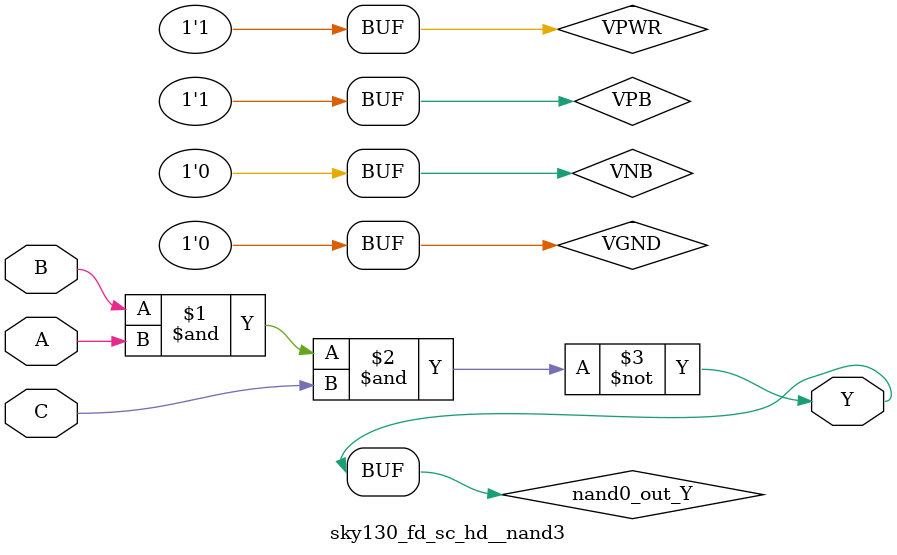
<source format=v>
/*
 * Copyright 2020 The SkyWater PDK Authors
 *
 * Licensed under the Apache License, Version 2.0 (the "License");
 * you may not use this file except in compliance with the License.
 * You may obtain a copy of the License at
 *
 *     https://www.apache.org/licenses/LICENSE-2.0
 *
 * Unless required by applicable law or agreed to in writing, software
 * distributed under the License is distributed on an "AS IS" BASIS,
 * WITHOUT WARRANTIES OR CONDITIONS OF ANY KIND, either express or implied.
 * See the License for the specific language governing permissions and
 * limitations under the License.
 *
 * SPDX-License-Identifier: Apache-2.0
*/


`ifndef SKY130_FD_SC_HD__NAND3_TIMING_V
`define SKY130_FD_SC_HD__NAND3_TIMING_V

/**
 * nand3: 3-input NAND.
 *
 * Verilog simulation timing model.
 */

`timescale 1ns / 1ps
`default_nettype none

`celldefine
module sky130_fd_sc_hd__nand3 (
    Y,
    A,
    B,
    C
);

    // Module ports
    output Y;
    input  A;
    input  B;
    input  C;

    // Module supplies
    supply1 VPWR;
    supply0 VGND;
    supply1 VPB ;
    supply0 VNB ;

    // Local signals
    wire nand0_out_Y;

    //   Name   Output       Other arguments
    nand nand0 (nand0_out_Y, B, A, C        );
    buf  buf0  (Y          , nand0_out_Y    );

endmodule
`endcelldefine

`default_nettype wire
`endif  // SKY130_FD_SC_HD__NAND3_TIMING_V

</source>
